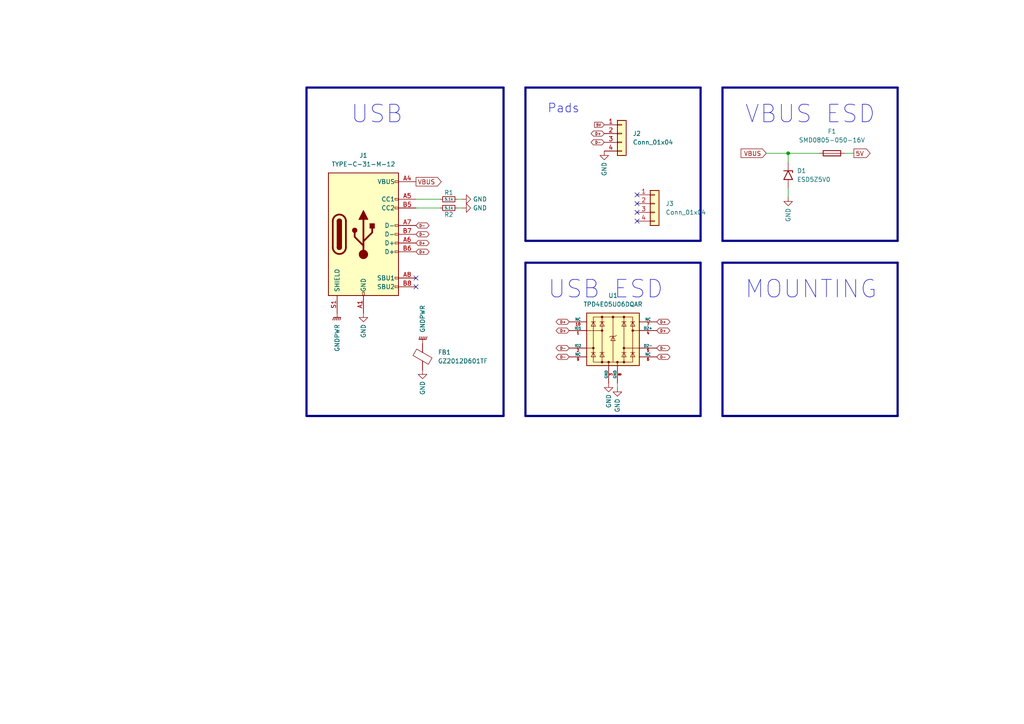
<source format=kicad_sch>
(kicad_sch (version 20231120) (generator "eeschema") (generator_version "8.0")
  (paper "A4")
  (title_block (title "Unified Daughterboard UDB-S1") (date "2022-09-16") (rev "V1.0.0"))
  (lib_symbols
    (symbol "Connector:USB_C_Receptacle_USB2.0" (pin_names (offset 1.016))
      (property "Reference" "J" (at -10.16 19.05 0))
      (property "Value" "USB_C_Receptacle_USB2.0" (at 19.05 19.05 0))
      (symbol "USB_C_Receptacle_USB2.0_0_0"
        (rectangle (start -0.254 -17.78) (end 0.254 -16.764))
        (rectangle (start 10.16 -14.986) (end 9.144 -15.494))
        (rectangle (start 10.16 -12.446) (end 9.144 -12.954))
        (rectangle (start 10.16 -4.826) (end 9.144 -5.334))
        (rectangle (start 10.16 -2.286) (end 9.144 -2.794))
        (rectangle (start 10.16 0.254) (end 9.144 -0.254))
        (rectangle (start 10.16 2.794) (end 9.144 2.286))
        (rectangle (start 10.16 7.874) (end 9.144 7.366))
        (rectangle (start 10.16 10.414) (end 9.144 9.906))
        (rectangle (start 10.16 15.494) (end 9.144 14.986))
      )
      (symbol "USB_C_Receptacle_USB2.0_0_1"
        (rectangle (start -10.16 17.78) (end 10.16 -17.78) (stroke (width 0.254)) (fill (type background)))
        (arc (start -8.89 -3.81) (mid -6.985 -5.7066) (end -5.08 -3.81) (stroke (width 0.508)))
        (arc (start -7.62 -3.81) (mid -6.985 -4.4422) (end -6.35 -3.81) (stroke (width 0.254)))
        (arc (start -7.62 -3.81) (mid -6.985 -4.4422) (end -6.35 -3.81) (stroke (width 0.254)) (fill (type outline)))
        (rectangle (start -7.62 -3.81) (end -6.35 3.81) (stroke (width 0.254)) (fill (type outline)))
        (arc (start -6.35 3.81) (mid -6.985 4.4422) (end -7.62 3.81) (stroke (width 0.254)))
        (arc (start -6.35 3.81) (mid -6.985 4.4422) (end -7.62 3.81) (stroke (width 0.254)) (fill (type outline)))
        (arc (start -5.08 3.81) (mid -6.985 5.7066) (end -8.89 3.81) (stroke (width 0.508)))
        (circle (center -2.54 1.143) (radius 0.635) (stroke (width 0.254)) (fill (type outline)))
        (circle (center 0 -5.842) (radius 1.27) (fill (type outline)))
        (polyline (pts (xy -8.89 -3.81) (xy -8.89 3.81)) (stroke (width 0.508)))
        (polyline (pts (xy -5.08 3.81) (xy -5.08 -3.81)) (stroke (width 0.508)))
        (polyline (pts (xy 0 -5.842) (xy 0 4.318)) (stroke (width 0.508)))
        (polyline (pts (xy 0 -3.302) (xy -2.54 -0.762) (xy -2.54 0.508)) (stroke (width 0.508)))
        (polyline (pts (xy 0 -2.032) (xy 2.54 0.508) (xy 2.54 1.778)) (stroke (width 0.508)))
        (polyline (pts (xy -1.27 4.318) (xy 0 6.858) (xy 1.27 4.318) (xy -1.27 4.318)) (stroke (width 0.254)) (fill (type outline)))
        (rectangle (start 1.905 1.778) (end 3.175 3.048) (stroke (width 0.254)) (fill (type outline)))
      )
      (symbol "USB_C_Receptacle_USB2.0_1_1"
        (pin passive line (at 0 -22.86 90) (length 5.08) (name "GND") (number "A1"))
        (pin passive line (at 0 -22.86 90) (length 5.08) hide (name "GND") (number "A12"))
        (pin passive line (at 15.24 15.24 180) (length 5.08) (name "VBUS") (number "A4"))
        (pin bidirectional line (at 15.24 10.16 180) (length 5.08) (name "CC1") (number "A5"))
        (pin bidirectional line (at 15.24 -2.54 180) (length 5.08) (name "D+") (number "A6"))
        (pin bidirectional line (at 15.24 2.54 180) (length 5.08) (name "D-") (number "A7"))
        (pin bidirectional line (at 15.24 -12.7 180) (length 5.08) (name "SBU1") (number "A8"))
        (pin passive line (at 15.24 15.24 180) (length 5.08) hide (name "VBUS") (number "A9"))
        (pin passive line (at 0 -22.86 90) (length 5.08) hide (name "GND") (number "B1"))
        (pin passive line (at 0 -22.86 90) (length 5.08) hide (name "GND") (number "B12"))
        (pin passive line (at 15.24 15.24 180) (length 5.08) hide (name "VBUS") (number "B4"))
        (pin bidirectional line (at 15.24 7.62 180) (length 5.08) (name "CC2") (number "B5"))
        (pin bidirectional line (at 15.24 -5.08 180) (length 5.08) (name "D+") (number "B6"))
        (pin bidirectional line (at 15.24 0 180) (length 5.08) (name "D-") (number "B7"))
        (pin bidirectional line (at 15.24 -15.24 180) (length 5.08) (name "SBU2") (number "B8"))
        (pin passive line (at 15.24 15.24 180) (length 5.08) hide (name "VBUS") (number "B9"))
        (pin passive line (at -7.62 -22.86 90) (length 5.08) (name "SHIELD") (number "S1"))
      )
    )
    (symbol "Connector_Generic:Conn_01x04" (pin_names (offset 1.016) hide)
      (property "Reference" "J" (at 0 5.08 0))
      (property "Value" "Conn_01x04" (at 0 -7.62 0))
      (symbol "Conn_01x04_1_1"
        (rectangle (start -1.27 -4.953) (end 0 -5.207) (stroke (width 0.1524)))
        (rectangle (start -1.27 -2.413) (end 0 -2.667) (stroke (width 0.1524)))
        (rectangle (start -1.27 0.127) (end 0 -0.127) (stroke (width 0.1524)))
        (rectangle (start -1.27 2.667) (end 0 2.413) (stroke (width 0.1524)))
        (rectangle (start -1.27 3.81) (end 1.27 -6.35) (stroke (width 0.254)) (fill (type background)))
        (pin passive line (at -5.08 2.54 0) (length 3.81) (name "Pin_1") (number "1"))
        (pin passive line (at -5.08 0 0) (length 3.81) (name "Pin_2") (number "2"))
        (pin passive line (at -5.08 -2.54 0) (length 3.81) (name "Pin_3") (number "3"))
        (pin passive line (at -5.08 -5.08 0) (length 3.81) (name "Pin_4") (number "4"))
      )
    )
    (symbol "Device:FerriteBead" (pin_numbers hide) (pin_names (offset 0))
      (property "Reference" "FB" (at -3.81 0.635 90))
      (property "Value" "FerriteBead" (at 3.81 0 90))
      (symbol "FerriteBead_0_1"
        (polyline (pts (xy 0 -1.27) (xy 0 -1.2192)))
        (polyline (pts (xy 0 1.27) (xy 0 1.2954)))
        (polyline (pts (xy -2.7686 0.4064) (xy -1.7018 2.2606) (xy 2.7686 -0.3048) (xy 1.6764 -2.159) (xy -2.7686 0.4064)))
      )
      (symbol "FerriteBead_1_1"
        (pin passive line (at 0 3.81 270) (length 2.54) (name "~") (number "1"))
        (pin passive line (at 0 -3.81 90) (length 2.54) (name "~") (number "2"))
      )
    )
    (symbol "Device:Fuse" (pin_numbers hide) (pin_names (offset 0))
      (property "Reference" "F" (at 2.032 0 90))
      (property "Value" "Fuse" (at -1.905 0 90))
      (symbol "Fuse_0_1"
        (rectangle (start -0.762 -2.54) (end 0.762 2.54) (stroke (width 0.254)))
        (polyline (pts (xy 0 2.54) (xy 0 -2.54)))
      )
      (symbol "Fuse_1_1"
        (pin passive line (at 0 3.81 270) (length 1.27) (name "~") (number "1"))
        (pin passive line (at 0 -3.81 90) (length 1.27) (name "~") (number "2"))
      )
    )
    (symbol "Device:R_Small" (pin_numbers hide) (pin_names (offset 0.254) hide)
      (property "Reference" "R" (at 0.762 0.508 0))
      (property "Value" "R_Small" (at 0.762 -1.016 0))
      (symbol "R_Small_0_1"
        (rectangle (start -0.762 1.778) (end 0.762 -1.778) (stroke (width 0.2032)))
      )
      (symbol "R_Small_1_1"
        (pin passive line (at 0 2.54 270) (length 0.762) (name "~") (number "1"))
        (pin passive line (at 0 -2.54 90) (length 0.762) (name "~") (number "2"))
      )
    )
    (symbol "Diode:SMF6V0A" (pin_numbers hide) (pin_names (offset 1.016) hide)
      (property "Reference" "D" (at 0 2.54 0))
      (property "Value" "SMF6V0A" (at 0 -2.54 0))
      (symbol "SMF6V0A_0_1"
        (polyline (pts (xy -0.762 1.27) (xy -1.27 1.27) (xy -1.27 -1.27)) (stroke (width 0.254)))
        (polyline (pts (xy 1.27 1.27) (xy 1.27 -1.27) (xy -1.27 0) (xy 1.27 1.27)) (stroke (width 0.254)))
      )
      (symbol "SMF6V0A_1_1"
        (pin passive line (at -3.81 0 0) (length 2.54) (name "A1") (number "1"))
        (pin passive line (at 3.81 0 180) (length 2.54) (name "A2") (number "2"))
      )
    )
    (symbol "acheron_Symbols:TPD4E05U06DQAR" (pin_names (offset 0))
      (property "Reference" "U" (at 0 12.7 0))
      (property "Value" "TPD4E05U06DQAR" (at 0 10.16 0))
      (symbol "TPD4E05U06DQAR_0_0"
        (rectangle (start -5.715 6.477) (end 5.715 -6.604))
        (polyline (pts (xy -3.175 -6.604) (xy -3.175 6.477)))
        (polyline (pts (xy 0 6.477) (xy 0 -6.604)))
        (polyline (pts (xy 3.175 6.477) (xy 3.175 -6.604)))
      )
      (symbol "TPD4E05U06DQAR_0_1"
        (rectangle (start -7.62 7.62) (end 7.62 -7.62) (stroke (width 0.254)) (fill (type background)))
        (circle (center -5.715 -2.54) (radius 0.2794) (fill (type outline)))
        (circle (center -3.175 -6.604) (radius 0.2794) (fill (type outline)))
        (circle (center -3.175 2.54) (radius 0.2794) (fill (type outline)))
        (circle (center -3.175 6.477) (radius 0.2794) (fill (type outline)))
        (circle (center -1.27 -6.604) (radius 0.2794) (fill (type outline)))
        (polyline (pts (xy -7.747 2.54) (xy -3.175 2.54)))
        (polyline (pts (xy -7.62 -2.54) (xy -5.715 -2.54)))
        (polyline (pts (xy -5.08 -3.81) (xy -6.35 -3.81)))
        (polyline (pts (xy -5.08 5.08) (xy -6.35 5.08)))
        (polyline (pts (xy -2.54 -3.81) (xy -3.81 -3.81)))
        (polyline (pts (xy -2.54 5.08) (xy -3.81 5.08)))
        (polyline (pts (xy -1.27 -6.604) (xy -1.27 -7.62)))
        (polyline (pts (xy -0.635 0.889) (xy -1.016 0.635)))
        (polyline (pts (xy 0.635 0.889) (xy -0.635 0.889)))
        (polyline (pts (xy 0.635 0.889) (xy 1.016 1.143)))
        (polyline (pts (xy 3.81 -3.81) (xy 2.54 -3.81)))
        (polyline (pts (xy 3.81 5.08) (xy 2.54 5.08)))
        (polyline (pts (xy 6.35 -3.81) (xy 5.08 -3.81)))
        (polyline (pts (xy 6.35 5.08) (xy 5.08 5.08)))
        (polyline (pts (xy 7.62 -2.54) (xy 3.175 -2.54)))
        (polyline (pts (xy 7.62 2.54) (xy 5.715 2.54)))
        (polyline (pts (xy -5.08 -5.08) (xy -6.35 -5.08) (xy -5.715 -3.81) (xy -5.08 -5.08)))
        (polyline (pts (xy -5.08 3.81) (xy -6.35 3.81) (xy -5.715 5.08) (xy -5.08 3.81)))
        (polyline (pts (xy -2.54 -5.08) (xy -3.81 -5.08) (xy -3.175 -3.81) (xy -2.54 -5.08)))
        (polyline (pts (xy -2.54 3.81) (xy -3.81 3.81) (xy -3.175 5.08) (xy -2.54 3.81)))
        (polyline (pts (xy 0.635 -0.381) (xy -0.635 -0.381) (xy 0 0.889) (xy 0.635 -0.381)))
        (polyline (pts (xy 3.81 -5.08) (xy 2.54 -5.08) (xy 3.175 -3.81) (xy 3.81 -5.08)))
        (polyline (pts (xy 3.81 3.81) (xy 2.54 3.81) (xy 3.175 5.08) (xy 3.81 3.81)))
        (polyline (pts (xy 6.35 -5.08) (xy 5.08 -5.08) (xy 5.715 -3.81) (xy 6.35 -5.08)))
        (polyline (pts (xy 6.35 3.81) (xy 5.08 3.81) (xy 5.715 5.08) (xy 6.35 3.81)))
        (circle (center 0 6.477) (radius 0.2794) (fill (type outline)))
        (circle (center 3.175 -6.604) (radius 0.2794) (fill (type outline)))
        (circle (center 3.175 -2.54) (radius 0.2794) (fill (type outline)))
        (circle (center 3.175 6.477) (radius 0.2794) (fill (type outline)))
        (circle (center 5.715 2.54) (radius 0.2794) (fill (type outline)))
      )
      (symbol "TPD4E05U06DQAR_1_1"
        (polyline (pts (xy 1.27 -6.604) (xy 1.27 -7.62)))
        (circle (center 1.27 -6.604) (radius 0.2794) (fill (type outline)))
        (pin bidirectional line (at -12.7 2.54 0) (length 5.08) (name "IO1") (number "1"))
        (pin bidirectional line (at -12.7 5.08 0) (length 5.08) (name "NC") (number "10"))
        (pin bidirectional line (at -12.7 -2.54 0) (length 5.08) (name "IO2") (number "2"))
        (pin power_in line (at -1.27 -12.7 90) (length 5.08) (name "GND") (number "3"))
        (pin bidirectional line (at 12.7 2.54 180) (length 5.08) (name "D2+") (number "4"))
        (pin bidirectional line (at 12.7 -2.54 180) (length 5.08) (name "D2-") (number "5"))
        (pin bidirectional line (at 12.7 -5.08 180) (length 5.08) (name "NC") (number "6"))
        (pin bidirectional line (at 12.7 5.08 180) (length 5.08) (name "NC") (number "7"))
        (pin power_in line (at 1.27 -12.7 90) (length 5.08) (name "GND") (number "8"))
        (pin bidirectional line (at -12.7 -5.08 0) (length 5.08) (name "NC") (number "9"))
      )
    )
    (symbol "power:GND" (power) (pin_names (offset 0))
      (property "Value" "GND" (at 0 -3.81 0))
      (symbol "GND_0_1"
        (polyline (pts (xy 0 0) (xy 0 -1.27) (xy 1.27 -1.27) (xy 0 -2.54) (xy -1.27 -1.27) (xy 0 -1.27)))
      )
      (symbol "GND_1_1"
        (pin power_in line (at 0 0 270) (length 0) hide (name "GND") (number "1"))
      )
    )
    (symbol "power:GNDPWR" (power) (pin_names (offset 0))
      (property "Value" "GNDPWR" (at 0 -3.302 0))
      (symbol "GNDPWR_0_1"
        (polyline (pts (xy 0 -1.27) (xy 0 0)))
        (polyline (pts (xy -1.016 -1.27) (xy -1.27 -2.032) (xy -1.27 -2.032)) (stroke (width 0.2032)))
        (polyline (pts (xy -0.508 -1.27) (xy -0.762 -2.032) (xy -0.762 -2.032)) (stroke (width 0.2032)))
        (polyline (pts (xy 0 -1.27) (xy -0.254 -2.032) (xy -0.254 -2.032)) (stroke (width 0.2032)))
        (polyline (pts (xy 0.508 -1.27) (xy 0.254 -2.032) (xy 0.254 -2.032)) (stroke (width 0.2032)))
        (polyline (pts (xy 1.016 -1.27) (xy -1.016 -1.27) (xy -1.016 -1.27)) (stroke (width 0.2032)))
        (polyline (pts (xy 1.016 -1.27) (xy 0.762 -2.032) (xy 0.762 -2.032) (xy 0.762 -2.032)) (stroke (width 0.2032)))
      )
      (symbol "GNDPWR_1_1"
        (pin power_in line (at 0 0 270) (length 0) hide (name "GNDPWR") (number "1"))
      )
    )
  )
  (junction (at 228.6 44.45))
  (no_connect (at 184.785 64.135))
  (no_connect (at 120.65 83.185))
  (no_connect (at 120.65 80.645))
  (no_connect (at 184.785 56.515))
  (no_connect (at 184.785 59.055))
  (no_connect (at 184.785 61.595))
  (wire (pts (xy 179.07 111.125) (xy 179.07 112.395)))
  (bus (pts (xy 146.05 25.4) (xy 146.05 120.65)) (stroke (width 0.635)))
  (bus (pts (xy 260.35 69.85) (xy 209.55 69.85)) (stroke (width 0.635)))
  (bus (pts (xy 88.9 120.65) (xy 146.05 120.65)) (stroke (width 0.635)))
  (wire (pts (xy 228.6 57.15) (xy 228.6 54.61)))
  (bus (pts (xy 209.55 76.2) (xy 209.55 120.65)) (stroke (width 0.635)))
  (bus (pts (xy 203.2 25.4) (xy 203.2 69.85)) (stroke (width 0.635)))
  (bus (pts (xy 209.55 25.4) (xy 209.55 69.85)) (stroke (width 0.635)))
  (bus (pts (xy 209.55 25.4) (xy 260.35 25.4)) (stroke (width 0.635)))
  (wire (pts (xy 120.65 57.785) (xy 127.635 57.785)))
  (wire (pts (xy 120.65 60.325) (xy 127.635 60.325)))
  (wire (pts (xy 228.6 44.45) (xy 237.49 44.45)))
  (bus (pts (xy 152.4 76.2) (xy 152.4 120.65)) (stroke (width 0.635)))
  (wire (pts (xy 228.6 46.99) (xy 228.6 44.45)))
  (bus (pts (xy 152.4 25.4) (xy 203.2 25.4)) (stroke (width 0.635)))
  (wire (pts (xy 222.25 44.45) (xy 228.6 44.45)))
  (bus (pts (xy 209.55 76.2) (xy 260.35 76.2)) (stroke (width 0.635)))
  (bus (pts (xy 88.9 25.4) (xy 146.05 25.4)) (stroke (width 0.635)))
  (bus (pts (xy 203.2 120.65) (xy 152.4 120.65)) (stroke (width 0.635)))
  (bus (pts (xy 260.35 120.65) (xy 209.55 120.65)) (stroke (width 0.635)))
  (wire (pts (xy 245.11 44.45) (xy 247.65 44.45)))
  (bus (pts (xy 260.35 25.4) (xy 260.35 69.85)) (stroke (width 0.635)))
  (wire (pts (xy 132.715 60.325) (xy 133.985 60.325)))
  (bus (pts (xy 88.9 25.4) (xy 88.9 120.65)) (stroke (width 0.635)))
  (bus (pts (xy 203.2 69.85) (xy 152.4 69.85)) (stroke (width 0.635)))
  (wire (pts (xy 132.715 57.785) (xy 133.985 57.785)))
  (bus (pts (xy 152.4 25.4) (xy 152.4 69.85)) (stroke (width 0.635)))
  (bus (pts (xy 260.35 76.2) (xy 260.35 120.65)) (stroke (width 0.635)))
  (bus (pts (xy 203.2 76.2) (xy 203.2 120.65)) (stroke (width 0.635)))
  (bus (pts (xy 152.4 76.2) (xy 203.2 76.2)) (stroke (width 0.635)))
  (text "USB ESD" (at 158.75 86.995 0) (effects (font (size 5.08 5.08)) (justify left bottom)))
  (text "VBUS ESD" (at 215.9 36.195 0) (effects (font (size 5.08 5.08)) (justify left bottom)))
  (text "USB" (at 101.6 36.195 0) (effects (font (size 5.08 5.08)) (justify left bottom)))
  (text "MOUNTING" (at 215.9 86.995 0) (effects (font (size 5.08 5.08)) (justify left bottom)))
  (text "Pads\n" (at 158.75 33.02 0) (effects (font (size 2.54 2.54)) (justify left bottom)))
  (global_label "VBUS" (shape output) (at 120.65 52.705 0) (property "Intersheetrefs" "${INTERSHEET_REFS}" (effects (hide yes))))
  (global_label "D+" (shape bidirectional) (at 190.5 95.885 0) (effects (font (size 0.762 0.762))) (property "Intersheetrefs" "${INTERSHEET_REFS}" (effects (hide yes))))
  (global_label "D-" (shape bidirectional) (at 165.1 100.965 180) (effects (font (size 0.762 0.762))) (property "Intersheetrefs" "${INTERSHEET_REFS}" (effects (hide yes))))
  (global_label "D-" (shape bidirectional) (at 190.5 100.965 0) (effects (font (size 0.762 0.762))) (property "Intersheetrefs" "${INTERSHEET_REFS}" (effects (hide yes))))
  (global_label "VBUS" (shape input) (at 222.25 44.45 180) (property "Intersheetrefs" "${INTERSHEET_REFS}" (effects (hide yes))))
  (global_label "D+" (shape bidirectional) (at 175.26 38.735 180) (effects (font (size 0.762 0.762))) (property "Intersheetrefs" "${INTERSHEET_REFS}" (effects (hide yes))))
  (global_label "D-" (shape bidirectional) (at 120.65 67.945 0) (effects (font (size 0.762 0.762))) (property "Intersheetrefs" "${INTERSHEET_REFS}" (effects (hide yes))))
  (global_label "D+" (shape bidirectional) (at 165.1 93.345 180) (effects (font (size 0.762 0.762))) (property "Intersheetrefs" "${INTERSHEET_REFS}" (effects (hide yes))))
  (global_label "5V" (shape output) (at 247.65 44.45 0) (property "Intersheetrefs" "${INTERSHEET_REFS}" (effects (hide yes))))
  (global_label "5V" (shape input) (at 175.26 36.195 180) (effects (font (size 0.762 0.762))) (property "Intersheetrefs" "${INTERSHEET_REFS}" (effects (hide yes))))
  (global_label "D-" (shape bidirectional) (at 120.65 65.405 0) (effects (font (size 0.762 0.762))) (property "Intersheetrefs" "${INTERSHEET_REFS}" (effects (hide yes))))
  (global_label "D+" (shape bidirectional) (at 120.65 70.485 0) (effects (font (size 0.762 0.762))) (property "Intersheetrefs" "${INTERSHEET_REFS}" (effects (hide yes))))
  (global_label "D-" (shape bidirectional) (at 175.26 41.275 180) (effects (font (size 0.762 0.762))) (property "Intersheetrefs" "${INTERSHEET_REFS}" (effects (hide yes))))
  (global_label "D+" (shape bidirectional) (at 120.65 73.025 0) (effects (font (size 0.762 0.762))) (property "Intersheetrefs" "${INTERSHEET_REFS}" (effects (hide yes))))
  (global_label "D+" (shape bidirectional) (at 190.5 93.345 0) (effects (font (size 0.762 0.762))) (property "Intersheetrefs" "${INTERSHEET_REFS}" (effects (hide yes))))
  (global_label "D-" (shape bidirectional) (at 165.1 103.505 180) (effects (font (size 0.762 0.762))) (property "Intersheetrefs" "${INTERSHEET_REFS}" (effects (hide yes))))
  (global_label "D+" (shape bidirectional) (at 165.1 95.885 180) (effects (font (size 0.762 0.762))) (property "Intersheetrefs" "${INTERSHEET_REFS}" (effects (hide yes))))
  (global_label "D-" (shape bidirectional) (at 190.5 103.505 0) (effects (font (size 0.762 0.762))) (property "Intersheetrefs" "${INTERSHEET_REFS}" (effects (hide yes))))
  (symbol (lib_id "Device:Fuse") (at 241.3 44.45 90) (unit 1)
    (property "Reference" "F1" (at 241.3 38.1 90))
    (property "Value" "SMD0805-050-16V" (at 241.3 40.64 90))
    (property "Footprint" "Fuse:Fuse_1206_3216Metric" (effects (hide yes)))
    (property "Manufacturer" "TECHFUSE" (effects (hide yes)))
    (property "Manufacturer Part Number" "SMD0805-050-16V" (effects (hide yes)))
    (property "LCSC Part Number" "C2833485" (effects (hide yes)))
    (property "Package" "F0805" (effects (hide yes)))
  )
  (symbol (lib_id "power:GND") (at 133.985 57.785 90) (unit 1)
    (property "Reference" "#PWR02" (effects (hide yes)))
    (property "Value" "GND" (at 137.16 57.785 90) (effects (justify right)))
  )
  (symbol (lib_id "Connector_Generic:Conn_01x04") (at 189.865 59.055 0) (unit 1)
    (property "Reference" "J3" (at 193.04 59.0549 0) (effects (justify left)))
    (property "Value" "Conn_01x04" (at 193.04 61.5949 0) (effects (justify left)))
    (property "Footprint" "acheron_Connectors:Castellated2.54-01x04" (effects (hide yes)))
  )
  (symbol (lib_id "power:GND") (at 175.26 43.815 0) (unit 1)
    (property "Reference" "#PWR04" (effects (hide yes)))
    (property "Value" "GND" (at 175.26 46.99 90) (effects (justify right)))
  )
  (symbol (lib_id "Connector_Generic:Conn_01x04") (at 180.34 38.735 0) (unit 1)
    (property "Reference" "J2" (at 183.515 38.7349 0) (effects (justify left)))
    (property "Value" "Conn_01x04" (at 183.515 41.2749 0) (effects (justify left)))
    (property "Footprint" "acheron_Connectors:Castellated2.54-01x04" (effects (hide yes)))
  )
  (symbol (lib_id "Device:FerriteBead") (at 122.555 103.505 0) (unit 1)
    (property "Reference" "FB1" (at 127 102.1841 0) (effects (justify left)))
    (property "Value" "GZ2012D601TF" (at 127 104.7241 0) (effects (justify left)))
    (property "Footprint" "Inductor_SMD:L_0805_2012Metric" (effects (hide yes)))
    (property "Manufacturer" "Sunlord" (effects (hide yes)))
    (property "Manufacturer Part Number" "GZ2012D601TF" (effects (hide yes)))
    (property "LCSC Part Number" "C1017" (effects (hide yes)))
    (property "Package" "F0805" (effects (hide yes)))
  )
  (symbol (lib_id "power:GNDPWR") (at 97.79 90.805 0) (unit 1)
    (property "Reference" "#PWR09" (effects (hide yes)))
    (property "Value" "GNDPWR" (at 97.79 93.98 90) (effects (justify right)))
  )
  (symbol (lib_id "power:GND") (at 176.53 111.125 0) (unit 1)
    (property "Reference" "#PWR07" (effects (hide yes)))
    (property "Value" "GND" (at 176.53 114.3 90) (effects (justify right)))
  )
  (symbol (lib_id "Connector:USB_C_Receptacle_USB2.0") (at 105.41 67.945 0) (unit 1)
    (property "Reference" "J1" (at 105.41 45.085 0))
    (property "Value" "TYPE-C-31-M-12" (at 105.41 47.625 0))
    (property "Footprint" "locallib:HRO-TYPE-C-31-M-12-Assembly" (effects (hide yes)))
    (property "Datasheet" "https://www.usb.org/sites/default/files/documents/usb_type-c.zip" (effects (hide yes)))
    (property "Manufacturer" "Koren Hroparts" (effects (hide yes)))
    (property "Manufacturer Part Number" "TYPE-C-31-M-12" (effects (hide yes)))
    (property "LCSC Part Number" "C165948" (effects (hide yes)))
  )
  (symbol (lib_id "acheron_Symbols:TPD4E05U06DQAR") (at 177.8 98.425 0) (unit 1)
    (property "Reference" "U1" (at 177.8 85.725 0))
    (property "Value" "TPD4E05U06DQAR" (at 177.8 88.265 0))
    (property "Footprint" "acheron_Components:USON-10_2.5x1.0mm_P0.5mm" (effects (hide yes)))
    (property "Manufacturer" "MSKSEMI" (effects (hide yes)))
    (property "Package" "uSON-10" (effects (hide yes)))
    (property "Manufacturer Part Number" "TPD4E05U06DQAR" (effects (hide yes)))
    (property "LCSC Part Number" "C2836386" (effects (hide yes)))
  )
  (symbol (lib_id "power:GNDPWR") (at 122.555 99.695 180) (unit 1)
    (property "Reference" "#PWR011" (effects (hide yes)))
    (property "Value" "GNDPWR" (at 122.555 96.52 90) (effects (justify right)))
  )
  (symbol (lib_id "power:GND") (at 133.985 60.325 90) (unit 1)
    (property "Reference" "#PWR03" (effects (hide yes)))
    (property "Value" "GND" (at 137.16 60.325 90) (effects (justify right)))
  )
  (symbol (lib_id "power:GND") (at 105.41 90.805 0) (unit 1)
    (property "Reference" "#PWR010" (effects (hide yes)))
    (property "Value" "GND" (at 105.41 93.98 90) (effects (justify right)))
  )
  (symbol (lib_id "power:GND") (at 179.07 112.395 0) (unit 1)
    (property "Reference" "#PWR08" (effects (hide yes)))
    (property "Value" "GND" (at 179.07 115.57 90) (effects (justify right)))
  )
  (symbol (lib_id "Diode:SMF6V0A") (at 228.6 50.8 270) (unit 1)
    (property "Reference" "D1" (at 231.14 49.5299 90) (effects (justify left)))
    (property "Value" "ESD5Z5V0" (at 231.14 52.0699 90) (effects (justify left)))
    (property "Footprint" "Diode_SMD:D_SOD-523" (effects (hide yes)))
    (property "Datasheet" "https://www.vishay.com/doc?85881" (effects (hide yes)))
    (property "Manufacturer" "MDD" (effects (hide yes)))
    (property "Manufacturer Part Number" "ESD5Z5V0" (effects (hide yes)))
    (property "LCSC Part Number" "C502546" (effects (hide yes)))
    (property "Package" "SOD-523" (effects (hide yes)))
  )
  (symbol (lib_id "Device:R_Small") (at 130.175 57.785 270) (unit 1)
    (property "Reference" "R1" (at 130.175 55.88 90))
    (property "Value" "5.1k" (at 130.175 57.785 90) (effects (font (size 0.762 0.762))))
    (property "Footprint" "Resistor_SMD:R_0402_1005Metric" (effects (hide yes)))
  )
  (symbol (lib_id "power:GND") (at 228.6 57.15 0) (unit 1)
    (property "Reference" "#PWR05" (effects (hide yes)))
    (property "Value" "GND" (at 228.6 60.325 90) (effects (justify right)))
  )
  (symbol (lib_id "power:GND") (at 122.555 107.315 0) (unit 1)
    (property "Reference" "#PWR012" (effects (hide yes)))
    (property "Value" "GND" (at 122.555 110.49 90) (effects (justify right)))
  )
  (symbol (lib_id "Device:R_Small") (at 130.175 60.325 90) (unit 1)
    (property "Reference" "R2" (at 130.175 62.23 90))
    (property "Value" "5.1k" (at 130.175 60.325 90) (effects (font (size 0.762 0.762))))
    (property "Footprint" "Resistor_SMD:R_0402_1005Metric" (effects (hide yes)))
  )
)
</source>
